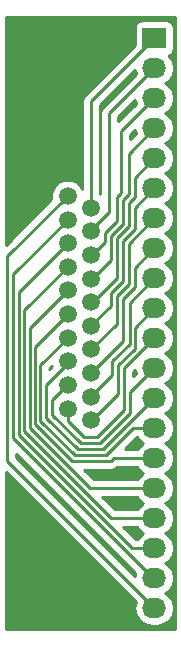
<source format=gtl>
G04 #@! TF.FileFunction,Copper,L1,Top,Signal*
%FSLAX46Y46*%
G04 Gerber Fmt 4.6, Leading zero omitted, Abs format (unit mm)*
G04 Created by KiCad (PCBNEW 4.0.1-3.201512221402+6198~38~ubuntu15.04.1-stable) date Tue 02 Feb 2016 08:53:14 AM EST*
%MOMM*%
G01*
G04 APERTURE LIST*
%ADD10C,0.100000*%
%ADD11C,1.500000*%
%ADD12R,2.032000X1.727200*%
%ADD13O,2.032000X1.727200*%
%ADD14C,0.250000*%
%ADD15C,0.254000*%
G04 APERTURE END LIST*
D10*
D11*
X117110000Y-100100000D03*
X117110000Y-102100000D03*
X117110000Y-98100000D03*
X117110000Y-96100000D03*
X117110000Y-94100000D03*
X117110000Y-92100000D03*
X119110000Y-93100000D03*
X119110000Y-95100000D03*
X119110000Y-97100000D03*
X119110000Y-99100000D03*
X119110000Y-101100000D03*
X119110000Y-103100000D03*
X117110000Y-104100000D03*
X119110000Y-105100000D03*
X117110000Y-106100000D03*
X119110000Y-107100000D03*
X117110000Y-108100000D03*
X119110000Y-109100000D03*
X117110000Y-110100000D03*
X119110000Y-111100000D03*
D12*
X124460000Y-78740000D03*
D13*
X124460000Y-81280000D03*
X124460000Y-83820000D03*
X124460000Y-86360000D03*
X124460000Y-88900000D03*
X124460000Y-91440000D03*
X124460000Y-93980000D03*
X124460000Y-96520000D03*
X124460000Y-99060000D03*
X124460000Y-101600000D03*
X124460000Y-104140000D03*
X124460000Y-106680000D03*
X124460000Y-109220000D03*
X124460000Y-111760000D03*
X124460000Y-114300000D03*
X124460000Y-116840000D03*
X124460000Y-119380000D03*
X124460000Y-121920000D03*
X124460000Y-124460000D03*
X124460000Y-127000000D03*
D14*
X124460000Y-116840000D02*
X118999000Y-116840000D01*
X113907996Y-103302004D02*
X117110000Y-100100000D01*
X113907996Y-111748996D02*
X113907996Y-103302004D01*
X118999000Y-116840000D02*
X113907996Y-111748996D01*
X124460000Y-114300000D02*
X121031000Y-114300000D01*
X114357998Y-104852002D02*
X117110000Y-102100000D01*
X114357998Y-111436998D02*
X114357998Y-104852002D01*
X117475000Y-114554000D02*
X114357998Y-111436998D01*
X120777000Y-114554000D02*
X117475000Y-114554000D01*
X121031000Y-114300000D02*
X120777000Y-114554000D01*
X124460000Y-119380000D02*
X120777000Y-119380000D01*
X113411000Y-101799000D02*
X117110000Y-98100000D01*
X113411000Y-112014000D02*
X113411000Y-101799000D01*
X120777000Y-119380000D02*
X113411000Y-112014000D01*
X124460000Y-121920000D02*
X122555000Y-121920000D01*
X112960998Y-100249002D02*
X117110000Y-96100000D01*
X112960998Y-112325998D02*
X112960998Y-100249002D01*
X122555000Y-121920000D02*
X112960998Y-112325998D01*
X124460000Y-124460000D02*
X124333000Y-124460000D01*
X124333000Y-124460000D02*
X112510996Y-112637996D01*
X112510996Y-112637996D02*
X112510996Y-98699004D01*
X112510996Y-98699004D02*
X117110000Y-94100000D01*
X124460000Y-127000000D02*
X113538000Y-116078000D01*
X112014000Y-97196000D02*
X117110000Y-92100000D01*
X112014000Y-114554000D02*
X112014000Y-97196000D01*
X113538000Y-116078000D02*
X112014000Y-114554000D01*
X119110000Y-93100000D02*
X119110000Y-84090000D01*
X119110000Y-84090000D02*
X124460000Y-78740000D01*
X119110000Y-95100000D02*
X119110000Y-95012000D01*
X119110000Y-95012000D02*
X120650000Y-93472000D01*
X120650000Y-93472000D02*
X120650000Y-85090000D01*
X120650000Y-85090000D02*
X124460000Y-81280000D01*
X119110000Y-97100000D02*
X119181000Y-97100000D01*
X119181000Y-97100000D02*
X120269000Y-96012000D01*
X120269000Y-96012000D02*
X120269000Y-95250000D01*
X120269000Y-95250000D02*
X121285000Y-94234000D01*
X121285000Y-94234000D02*
X121285000Y-92202000D01*
X121285000Y-92202000D02*
X121666000Y-91821000D01*
X121666000Y-91821000D02*
X121666000Y-86614000D01*
X121666000Y-86614000D02*
X124460000Y-83820000D01*
X119110000Y-99100000D02*
X119213000Y-99100000D01*
X119213000Y-99100000D02*
X120777000Y-97536000D01*
X120777000Y-97536000D02*
X120777000Y-95504000D01*
X120777000Y-95504000D02*
X121793000Y-94488000D01*
X121793000Y-94488000D02*
X121793000Y-92456000D01*
X121793000Y-92456000D02*
X122301000Y-91948000D01*
X122301000Y-91948000D02*
X122301000Y-88519000D01*
X122301000Y-88519000D02*
X124460000Y-86360000D01*
X119110000Y-101100000D02*
X119245000Y-101100000D01*
X119245000Y-101100000D02*
X121285000Y-99060000D01*
X121285000Y-99060000D02*
X121285000Y-95688998D01*
X121285000Y-95688998D02*
X122301000Y-94672998D01*
X122301000Y-94672998D02*
X122301000Y-92710000D01*
X122301000Y-92710000D02*
X122809000Y-92202000D01*
X122809000Y-92202000D02*
X122809000Y-90551000D01*
X122809000Y-90551000D02*
X124460000Y-88900000D01*
X119110000Y-103100000D02*
X119110000Y-103070998D01*
X119110000Y-103070998D02*
X120777000Y-101403998D01*
X120777000Y-101403998D02*
X120777000Y-100330000D01*
X120777000Y-100330000D02*
X121793000Y-99314000D01*
X121793000Y-99314000D02*
X121793000Y-95885000D01*
X121793000Y-95885000D02*
X122809000Y-94869000D01*
X122809000Y-94869000D02*
X122809000Y-93091000D01*
X122809000Y-93091000D02*
X124460000Y-91440000D01*
X124460000Y-111760000D02*
X122682000Y-111760000D01*
X114808000Y-106402000D02*
X117110000Y-104100000D01*
X114808000Y-111125000D02*
X114808000Y-106402000D01*
X117729000Y-114046000D02*
X114808000Y-111125000D01*
X120396000Y-114046000D02*
X117729000Y-114046000D01*
X122682000Y-111760000D02*
X120396000Y-114046000D01*
X119110000Y-105100000D02*
X119112998Y-105100000D01*
X119112998Y-105100000D02*
X121285000Y-102927998D01*
X121285000Y-102927998D02*
X121285000Y-100584000D01*
X121285000Y-100584000D02*
X122301000Y-99568000D01*
X122301000Y-99568000D02*
X122301000Y-96139000D01*
X122301000Y-96139000D02*
X124460000Y-93980000D01*
X117110000Y-106100000D02*
X117110000Y-106283000D01*
X117110000Y-106283000D02*
X115316000Y-108077000D01*
X115316000Y-108077000D02*
X115316000Y-110871000D01*
X115316000Y-110871000D02*
X117983000Y-113538000D01*
X117983000Y-113538000D02*
X120142000Y-113538000D01*
X120142000Y-113538000D02*
X124460000Y-109220000D01*
X119110000Y-107100000D02*
X119110000Y-107077000D01*
X119110000Y-107077000D02*
X121793000Y-104394000D01*
X121793000Y-104394000D02*
X121793000Y-100838000D01*
X121793000Y-100838000D02*
X122809000Y-99822000D01*
X122809000Y-99822000D02*
X122809000Y-98171000D01*
X122809000Y-98171000D02*
X124460000Y-96520000D01*
X117110000Y-108100000D02*
X117071000Y-108100000D01*
X117071000Y-108100000D02*
X115824000Y-109347000D01*
X115824000Y-109347000D02*
X115824000Y-110617000D01*
X115824000Y-110617000D02*
X118237000Y-113030000D01*
X118237000Y-113030000D02*
X119888000Y-113030000D01*
X119888000Y-113030000D02*
X122428000Y-110490000D01*
X122428000Y-110490000D02*
X122428000Y-108712000D01*
X122428000Y-108712000D02*
X124460000Y-106680000D01*
X119110000Y-109100000D02*
X119110000Y-109039998D01*
X119110000Y-109039998D02*
X120904000Y-107245998D01*
X120904000Y-107245998D02*
X120904000Y-106102998D01*
X120904000Y-106102998D02*
X122358998Y-104648000D01*
X122358998Y-104648000D02*
X122358998Y-101161002D01*
X122358998Y-101161002D02*
X124460000Y-99060000D01*
X117110000Y-110100000D02*
X117110000Y-111141000D01*
X121920000Y-106680000D02*
X124460000Y-104140000D01*
X121920000Y-110236000D02*
X121920000Y-106680000D01*
X119634000Y-112522000D02*
X121920000Y-110236000D01*
X118491000Y-112522000D02*
X119634000Y-112522000D01*
X117110000Y-111141000D02*
X118491000Y-112522000D01*
X119110000Y-111100000D02*
X119151000Y-111100000D01*
X119151000Y-111100000D02*
X121412000Y-108839000D01*
X121412000Y-108839000D02*
X121412000Y-106426000D01*
X121412000Y-106426000D02*
X122809000Y-105029000D01*
X122809000Y-105029000D02*
X122809000Y-103251000D01*
X122809000Y-103251000D02*
X124460000Y-101600000D01*
D15*
G36*
X126238000Y-128778000D02*
X111887000Y-128778000D01*
X111887000Y-115501802D01*
X122877619Y-126492421D01*
X122776655Y-127000000D01*
X122890729Y-127573489D01*
X123215585Y-128059670D01*
X123701766Y-128384526D01*
X124275255Y-128498600D01*
X124644745Y-128498600D01*
X125218234Y-128384526D01*
X125704415Y-128059670D01*
X126029271Y-127573489D01*
X126143345Y-127000000D01*
X126029271Y-126426511D01*
X125704415Y-125940330D01*
X125389634Y-125730000D01*
X125704415Y-125519670D01*
X126029271Y-125033489D01*
X126143345Y-124460000D01*
X126029271Y-123886511D01*
X125704415Y-123400330D01*
X125389634Y-123190000D01*
X125704415Y-122979670D01*
X126029271Y-122493489D01*
X126143345Y-121920000D01*
X126029271Y-121346511D01*
X125704415Y-120860330D01*
X125389634Y-120650000D01*
X125704415Y-120439670D01*
X126029271Y-119953489D01*
X126143345Y-119380000D01*
X126029271Y-118806511D01*
X125704415Y-118320330D01*
X125389634Y-118110000D01*
X125704415Y-117899670D01*
X126029271Y-117413489D01*
X126143345Y-116840000D01*
X126029271Y-116266511D01*
X125704415Y-115780330D01*
X125389634Y-115570000D01*
X125704415Y-115359670D01*
X126029271Y-114873489D01*
X126143345Y-114300000D01*
X126029271Y-113726511D01*
X125704415Y-113240330D01*
X125389634Y-113030000D01*
X125704415Y-112819670D01*
X126029271Y-112333489D01*
X126143345Y-111760000D01*
X126029271Y-111186511D01*
X125704415Y-110700330D01*
X125389634Y-110490000D01*
X125704415Y-110279670D01*
X126029271Y-109793489D01*
X126143345Y-109220000D01*
X126029271Y-108646511D01*
X125704415Y-108160330D01*
X125389634Y-107950000D01*
X125704415Y-107739670D01*
X126029271Y-107253489D01*
X126143345Y-106680000D01*
X126029271Y-106106511D01*
X125704415Y-105620330D01*
X125389634Y-105410000D01*
X125704415Y-105199670D01*
X126029271Y-104713489D01*
X126143345Y-104140000D01*
X126029271Y-103566511D01*
X125704415Y-103080330D01*
X125389634Y-102870000D01*
X125704415Y-102659670D01*
X126029271Y-102173489D01*
X126143345Y-101600000D01*
X126029271Y-101026511D01*
X125704415Y-100540330D01*
X125389634Y-100330000D01*
X125704415Y-100119670D01*
X126029271Y-99633489D01*
X126143345Y-99060000D01*
X126029271Y-98486511D01*
X125704415Y-98000330D01*
X125389634Y-97790000D01*
X125704415Y-97579670D01*
X126029271Y-97093489D01*
X126143345Y-96520000D01*
X126029271Y-95946511D01*
X125704415Y-95460330D01*
X125389634Y-95250000D01*
X125704415Y-95039670D01*
X126029271Y-94553489D01*
X126143345Y-93980000D01*
X126029271Y-93406511D01*
X125704415Y-92920330D01*
X125389634Y-92710000D01*
X125704415Y-92499670D01*
X126029271Y-92013489D01*
X126143345Y-91440000D01*
X126029271Y-90866511D01*
X125704415Y-90380330D01*
X125389634Y-90170000D01*
X125704415Y-89959670D01*
X126029271Y-89473489D01*
X126143345Y-88900000D01*
X126029271Y-88326511D01*
X125704415Y-87840330D01*
X125389634Y-87630000D01*
X125704415Y-87419670D01*
X126029271Y-86933489D01*
X126143345Y-86360000D01*
X126029271Y-85786511D01*
X125704415Y-85300330D01*
X125389634Y-85090000D01*
X125704415Y-84879670D01*
X126029271Y-84393489D01*
X126143345Y-83820000D01*
X126029271Y-83246511D01*
X125704415Y-82760330D01*
X125389634Y-82550000D01*
X125704415Y-82339670D01*
X126029271Y-81853489D01*
X126143345Y-81280000D01*
X126029271Y-80706511D01*
X125704415Y-80220330D01*
X125690087Y-80210757D01*
X125711317Y-80206762D01*
X125927441Y-80067690D01*
X126072431Y-79855490D01*
X126123440Y-79603600D01*
X126123440Y-77876400D01*
X126079162Y-77641083D01*
X125940090Y-77424959D01*
X125727890Y-77279969D01*
X125476000Y-77228960D01*
X123444000Y-77228960D01*
X123208683Y-77273238D01*
X122992559Y-77412310D01*
X122847569Y-77624510D01*
X122796560Y-77876400D01*
X122796560Y-79328638D01*
X118572599Y-83552599D01*
X118407852Y-83799161D01*
X118350000Y-84090000D01*
X118350000Y-91474206D01*
X118284831Y-91316485D01*
X117895564Y-90926539D01*
X117386702Y-90715241D01*
X116835715Y-90714760D01*
X116326485Y-90925169D01*
X115936539Y-91314436D01*
X115725241Y-91823298D01*
X115724760Y-92374285D01*
X115735330Y-92399868D01*
X111887000Y-96248198D01*
X111887000Y-76962000D01*
X126238000Y-76962000D01*
X126238000Y-128778000D01*
X126238000Y-128778000D01*
G37*
X126238000Y-128778000D02*
X111887000Y-128778000D01*
X111887000Y-115501802D01*
X122877619Y-126492421D01*
X122776655Y-127000000D01*
X122890729Y-127573489D01*
X123215585Y-128059670D01*
X123701766Y-128384526D01*
X124275255Y-128498600D01*
X124644745Y-128498600D01*
X125218234Y-128384526D01*
X125704415Y-128059670D01*
X126029271Y-127573489D01*
X126143345Y-127000000D01*
X126029271Y-126426511D01*
X125704415Y-125940330D01*
X125389634Y-125730000D01*
X125704415Y-125519670D01*
X126029271Y-125033489D01*
X126143345Y-124460000D01*
X126029271Y-123886511D01*
X125704415Y-123400330D01*
X125389634Y-123190000D01*
X125704415Y-122979670D01*
X126029271Y-122493489D01*
X126143345Y-121920000D01*
X126029271Y-121346511D01*
X125704415Y-120860330D01*
X125389634Y-120650000D01*
X125704415Y-120439670D01*
X126029271Y-119953489D01*
X126143345Y-119380000D01*
X126029271Y-118806511D01*
X125704415Y-118320330D01*
X125389634Y-118110000D01*
X125704415Y-117899670D01*
X126029271Y-117413489D01*
X126143345Y-116840000D01*
X126029271Y-116266511D01*
X125704415Y-115780330D01*
X125389634Y-115570000D01*
X125704415Y-115359670D01*
X126029271Y-114873489D01*
X126143345Y-114300000D01*
X126029271Y-113726511D01*
X125704415Y-113240330D01*
X125389634Y-113030000D01*
X125704415Y-112819670D01*
X126029271Y-112333489D01*
X126143345Y-111760000D01*
X126029271Y-111186511D01*
X125704415Y-110700330D01*
X125389634Y-110490000D01*
X125704415Y-110279670D01*
X126029271Y-109793489D01*
X126143345Y-109220000D01*
X126029271Y-108646511D01*
X125704415Y-108160330D01*
X125389634Y-107950000D01*
X125704415Y-107739670D01*
X126029271Y-107253489D01*
X126143345Y-106680000D01*
X126029271Y-106106511D01*
X125704415Y-105620330D01*
X125389634Y-105410000D01*
X125704415Y-105199670D01*
X126029271Y-104713489D01*
X126143345Y-104140000D01*
X126029271Y-103566511D01*
X125704415Y-103080330D01*
X125389634Y-102870000D01*
X125704415Y-102659670D01*
X126029271Y-102173489D01*
X126143345Y-101600000D01*
X126029271Y-101026511D01*
X125704415Y-100540330D01*
X125389634Y-100330000D01*
X125704415Y-100119670D01*
X126029271Y-99633489D01*
X126143345Y-99060000D01*
X126029271Y-98486511D01*
X125704415Y-98000330D01*
X125389634Y-97790000D01*
X125704415Y-97579670D01*
X126029271Y-97093489D01*
X126143345Y-96520000D01*
X126029271Y-95946511D01*
X125704415Y-95460330D01*
X125389634Y-95250000D01*
X125704415Y-95039670D01*
X126029271Y-94553489D01*
X126143345Y-93980000D01*
X126029271Y-93406511D01*
X125704415Y-92920330D01*
X125389634Y-92710000D01*
X125704415Y-92499670D01*
X126029271Y-92013489D01*
X126143345Y-91440000D01*
X126029271Y-90866511D01*
X125704415Y-90380330D01*
X125389634Y-90170000D01*
X125704415Y-89959670D01*
X126029271Y-89473489D01*
X126143345Y-88900000D01*
X126029271Y-88326511D01*
X125704415Y-87840330D01*
X125389634Y-87630000D01*
X125704415Y-87419670D01*
X126029271Y-86933489D01*
X126143345Y-86360000D01*
X126029271Y-85786511D01*
X125704415Y-85300330D01*
X125389634Y-85090000D01*
X125704415Y-84879670D01*
X126029271Y-84393489D01*
X126143345Y-83820000D01*
X126029271Y-83246511D01*
X125704415Y-82760330D01*
X125389634Y-82550000D01*
X125704415Y-82339670D01*
X126029271Y-81853489D01*
X126143345Y-81280000D01*
X126029271Y-80706511D01*
X125704415Y-80220330D01*
X125690087Y-80210757D01*
X125711317Y-80206762D01*
X125927441Y-80067690D01*
X126072431Y-79855490D01*
X126123440Y-79603600D01*
X126123440Y-77876400D01*
X126079162Y-77641083D01*
X125940090Y-77424959D01*
X125727890Y-77279969D01*
X125476000Y-77228960D01*
X123444000Y-77228960D01*
X123208683Y-77273238D01*
X122992559Y-77412310D01*
X122847569Y-77624510D01*
X122796560Y-77876400D01*
X122796560Y-79328638D01*
X118572599Y-83552599D01*
X118407852Y-83799161D01*
X118350000Y-84090000D01*
X118350000Y-91474206D01*
X118284831Y-91316485D01*
X117895564Y-90926539D01*
X117386702Y-90715241D01*
X116835715Y-90714760D01*
X116326485Y-90925169D01*
X115936539Y-91314436D01*
X115725241Y-91823298D01*
X115724760Y-92374285D01*
X115735330Y-92399868D01*
X111887000Y-96248198D01*
X111887000Y-76962000D01*
X126238000Y-76962000D01*
X126238000Y-128778000D01*
G36*
X122856548Y-124058350D02*
X122812848Y-124278046D01*
X112774000Y-114239198D01*
X112774000Y-113975802D01*
X122856548Y-124058350D01*
X122856548Y-124058350D01*
G37*
X122856548Y-124058350D02*
X122812848Y-124278046D01*
X112774000Y-114239198D01*
X112774000Y-113975802D01*
X122856548Y-124058350D01*
G36*
X123215585Y-120439670D02*
X123530366Y-120650000D01*
X123215585Y-120860330D01*
X123015352Y-121160000D01*
X122869802Y-121160000D01*
X121849802Y-120140000D01*
X123015352Y-120140000D01*
X123215585Y-120439670D01*
X123215585Y-120439670D01*
G37*
X123215585Y-120439670D02*
X123530366Y-120650000D01*
X123215585Y-120860330D01*
X123015352Y-121160000D01*
X122869802Y-121160000D01*
X121849802Y-120140000D01*
X123015352Y-120140000D01*
X123215585Y-120439670D01*
G36*
X123215585Y-117899670D02*
X123530366Y-118110000D01*
X123215585Y-118320330D01*
X123015352Y-118620000D01*
X121091802Y-118620000D01*
X120071802Y-117600000D01*
X123015352Y-117600000D01*
X123215585Y-117899670D01*
X123215585Y-117899670D01*
G37*
X123215585Y-117899670D02*
X123530366Y-118110000D01*
X123215585Y-118320330D01*
X123015352Y-118620000D01*
X121091802Y-118620000D01*
X120071802Y-117600000D01*
X123015352Y-117600000D01*
X123215585Y-117899670D01*
G36*
X123215585Y-115359670D02*
X123530366Y-115570000D01*
X123215585Y-115780330D01*
X123015352Y-116080000D01*
X119313802Y-116080000D01*
X118547802Y-115314000D01*
X120777000Y-115314000D01*
X121067839Y-115256148D01*
X121314401Y-115091401D01*
X121345802Y-115060000D01*
X123015352Y-115060000D01*
X123215585Y-115359670D01*
X123215585Y-115359670D01*
G37*
X123215585Y-115359670D02*
X123530366Y-115570000D01*
X123215585Y-115780330D01*
X123015352Y-116080000D01*
X119313802Y-116080000D01*
X118547802Y-115314000D01*
X120777000Y-115314000D01*
X121067839Y-115256148D01*
X121314401Y-115091401D01*
X121345802Y-115060000D01*
X123015352Y-115060000D01*
X123215585Y-115359670D01*
G36*
X123215585Y-112819670D02*
X123530366Y-113030000D01*
X123215585Y-113240330D01*
X123015352Y-113540000D01*
X121976802Y-113540000D01*
X122996802Y-112520000D01*
X123015352Y-112520000D01*
X123215585Y-112819670D01*
X123215585Y-112819670D01*
G37*
X123215585Y-112819670D02*
X123530366Y-113030000D01*
X123215585Y-113240330D01*
X123015352Y-113540000D01*
X121976802Y-113540000D01*
X122996802Y-112520000D01*
X123015352Y-112520000D01*
X123215585Y-112819670D01*
G36*
X122877619Y-107187579D02*
X122680000Y-107385198D01*
X122680000Y-106994802D01*
X122812848Y-106861954D01*
X122877619Y-107187579D01*
X122877619Y-107187579D01*
G37*
X122877619Y-107187579D02*
X122680000Y-107385198D01*
X122680000Y-106994802D01*
X122812848Y-106861954D01*
X122877619Y-107187579D01*
G36*
X115788836Y-106529362D02*
X115568000Y-106750198D01*
X115568000Y-106716802D01*
X115779072Y-106505730D01*
X115788836Y-106529362D01*
X115788836Y-106529362D01*
G37*
X115788836Y-106529362D02*
X115568000Y-106750198D01*
X115568000Y-106716802D01*
X115779072Y-106505730D01*
X115788836Y-106529362D01*
G36*
X122877619Y-81787579D02*
X120112599Y-84552599D01*
X119947852Y-84799161D01*
X119890000Y-85090000D01*
X119890000Y-91924229D01*
X119870000Y-91915924D01*
X119870000Y-84404802D01*
X122812848Y-81461954D01*
X122877619Y-81787579D01*
X122877619Y-81787579D01*
G37*
X122877619Y-81787579D02*
X120112599Y-84552599D01*
X119947852Y-84799161D01*
X119890000Y-85090000D01*
X119890000Y-91924229D01*
X119870000Y-91915924D01*
X119870000Y-84404802D01*
X122812848Y-81461954D01*
X122877619Y-81787579D01*
G36*
X122877619Y-86867579D02*
X122426000Y-87319198D01*
X122426000Y-86928802D01*
X122812848Y-86541954D01*
X122877619Y-86867579D01*
X122877619Y-86867579D01*
G37*
X122877619Y-86867579D02*
X122426000Y-87319198D01*
X122426000Y-86928802D01*
X122812848Y-86541954D01*
X122877619Y-86867579D01*
G36*
X122877619Y-84327579D02*
X121410000Y-85795198D01*
X121410000Y-85404802D01*
X122812848Y-84001954D01*
X122877619Y-84327579D01*
X122877619Y-84327579D01*
G37*
X122877619Y-84327579D02*
X121410000Y-85795198D01*
X121410000Y-85404802D01*
X122812848Y-84001954D01*
X122877619Y-84327579D01*
M02*

</source>
